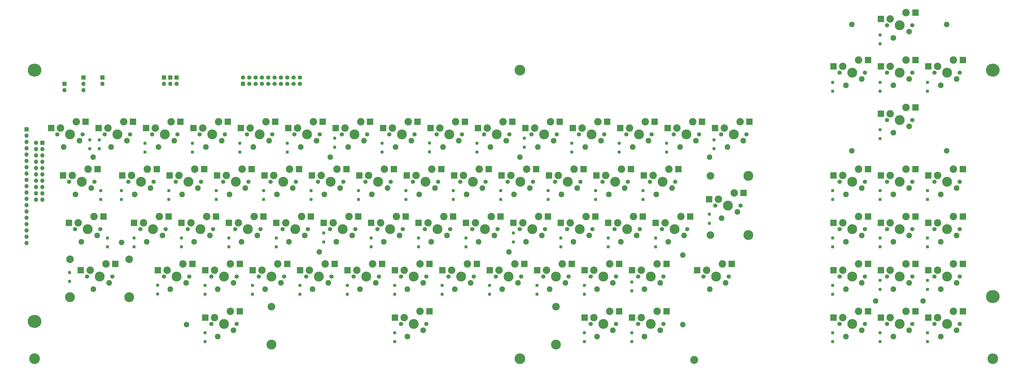
<source format=gbs>
G04 #@! TF.GenerationSoftware,KiCad,Pcbnew,8.0.2*
G04 #@! TF.CreationDate,2025-05-01T13:08:38+01:00*
G04 #@! TF.ProjectId,Keyboard,4b657962-6f61-4726-942e-6b696361645f,rev?*
G04 #@! TF.SameCoordinates,Original*
G04 #@! TF.FileFunction,Soldermask,Bot*
G04 #@! TF.FilePolarity,Negative*
%FSLAX46Y46*%
G04 Gerber Fmt 4.6, Leading zero omitted, Abs format (unit mm)*
G04 Created by KiCad (PCBNEW 8.0.2) date 2025-05-01 13:08:39*
%MOMM*%
%LPD*%
G01*
G04 APERTURE LIST*
G04 Aperture macros list*
%AMRoundRect*
0 Rectangle with rounded corners*
0 $1 Rounding radius*
0 $2 $3 $4 $5 $6 $7 $8 $9 X,Y pos of 4 corners*
0 Add a 4 corners polygon primitive as box body*
4,1,4,$2,$3,$4,$5,$6,$7,$8,$9,$2,$3,0*
0 Add four circle primitives for the rounded corners*
1,1,$1+$1,$2,$3*
1,1,$1+$1,$4,$5*
1,1,$1+$1,$6,$7*
1,1,$1+$1,$8,$9*
0 Add four rect primitives between the rounded corners*
20,1,$1+$1,$2,$3,$4,$5,0*
20,1,$1+$1,$4,$5,$6,$7,0*
20,1,$1+$1,$6,$7,$8,$9,0*
20,1,$1+$1,$8,$9,$2,$3,0*%
G04 Aperture macros list end*
%ADD10O,5.500000X5.200000*%
%ADD11C,4.300000*%
%ADD12C,3.200000*%
%ADD13C,2.200000*%
%ADD14RoundRect,0.250000X0.600000X-0.600000X0.600000X0.600000X-0.600000X0.600000X-0.600000X-0.600000X0*%
%ADD15C,1.700000*%
%ADD16C,1.701800*%
%ADD17C,3.000000*%
%ADD18C,3.987800*%
%ADD19R,2.550000X2.500000*%
%ADD20C,2.286000*%
%ADD21C,3.048000*%
%ADD22R,1.700000X1.700000*%
%ADD23O,1.700000X1.700000*%
%ADD24RoundRect,0.300000X0.300000X-0.300000X0.300000X0.300000X-0.300000X0.300000X-0.300000X-0.300000X0*%
G04 APERTURE END LIST*
D10*
G04 #@! TO.C,H1*
X85012500Y-118075000D03*
G04 #@! TD*
D11*
G04 #@! TO.C,H2*
X280012500Y-118075000D03*
G04 #@! TD*
D10*
G04 #@! TO.C,H3*
X470012500Y-118075000D03*
G04 #@! TD*
G04 #@! TO.C,H4*
X85012500Y-219075000D03*
G04 #@! TD*
D12*
G04 #@! TO.C,H5*
X350012500Y-234575000D03*
G04 #@! TD*
D10*
G04 #@! TO.C,H6*
X470012500Y-209075000D03*
G04 #@! TD*
D13*
G04 #@! TO.C,H8*
X203835000Y-153035000D03*
G04 #@! TD*
G04 #@! TO.C,H10*
X356235000Y-153035000D03*
G04 #@! TD*
G04 #@! TO.C,H12*
X199390000Y-191135000D03*
G04 #@! TD*
D14*
G04 #@! TO.C,J2*
X168795000Y-123555000D03*
D15*
X168795000Y-121015000D03*
X171335000Y-123555000D03*
X171335000Y-121015000D03*
X173875000Y-123555000D03*
X173875000Y-121015000D03*
X176415000Y-123555000D03*
X176415000Y-121015000D03*
X178955000Y-123555000D03*
X178955000Y-121015000D03*
X181495000Y-123555000D03*
X181495000Y-121015000D03*
X184035000Y-123555000D03*
X184035000Y-121015000D03*
X186575000Y-123555000D03*
X186575000Y-121015000D03*
X189115000Y-123555000D03*
X189115000Y-121015000D03*
X191655000Y-123555000D03*
X191655000Y-121015000D03*
G04 #@! TD*
D13*
G04 #@! TO.C,H9*
X280035000Y-153035000D03*
G04 #@! TD*
D16*
G04 #@! TO.C,SW17*
X342467500Y-162925000D03*
D17*
X339927500Y-157845000D03*
D18*
X337387500Y-162925000D03*
D17*
X333577500Y-160385000D03*
D16*
X332307500Y-162925000D03*
D19*
X343677500Y-157845000D03*
D20*
X334847500Y-168005000D03*
X341197500Y-165465000D03*
D19*
X329827500Y-160385000D03*
G04 #@! TD*
D21*
G04 #@! TO.C,ST3*
X180225000Y-213090000D03*
D18*
X180225000Y-228330000D03*
D21*
X294525000Y-213090000D03*
D18*
X294525000Y-228330000D03*
G04 #@! TD*
D16*
G04 #@! TO.C,SW9*
X437717500Y-119062500D03*
D17*
X435177500Y-113982500D03*
D18*
X432637500Y-119062500D03*
D17*
X428827500Y-116522500D03*
D16*
X427557500Y-119062500D03*
D19*
X438927500Y-113982500D03*
D20*
X430097500Y-124142500D03*
X436447500Y-121602500D03*
D19*
X425077500Y-116522500D03*
G04 #@! TD*
D16*
G04 #@! TO.C,SW60*
X156730000Y-181975000D03*
D17*
X154190000Y-176895000D03*
D18*
X151650000Y-181975000D03*
D17*
X147840000Y-179435000D03*
D16*
X146570000Y-181975000D03*
D19*
X157940000Y-176895000D03*
D20*
X149110000Y-187055000D03*
X155460000Y-184515000D03*
D19*
X144090000Y-179435000D03*
G04 #@! TD*
D16*
G04 #@! TO.C,SW27*
X304367500Y-162925000D03*
D17*
X301827500Y-157845000D03*
D18*
X299287500Y-162925000D03*
D17*
X295477500Y-160385000D03*
D16*
X294207500Y-162925000D03*
D19*
X305577500Y-157845000D03*
D20*
X296747500Y-168005000D03*
X303097500Y-165465000D03*
D19*
X291727500Y-160385000D03*
G04 #@! TD*
D13*
G04 #@! TO.C,H25*
X413385000Y-150495000D03*
G04 #@! TD*
D16*
G04 #@! TO.C,SW22*
X337705000Y-201025000D03*
D17*
X335165000Y-195945000D03*
D18*
X332625000Y-201025000D03*
D17*
X328815000Y-198485000D03*
D16*
X327545000Y-201025000D03*
D19*
X338915000Y-195945000D03*
D20*
X330085000Y-206105000D03*
X336435000Y-203565000D03*
D19*
X325065000Y-198485000D03*
G04 #@! TD*
D13*
G04 #@! TO.C,H28*
X441960000Y-210820000D03*
G04 #@! TD*
D16*
G04 #@! TO.C,SW69*
X137680000Y-181975000D03*
D17*
X135140000Y-176895000D03*
D18*
X132600000Y-181975000D03*
D17*
X128790000Y-179435000D03*
D16*
X127520000Y-181975000D03*
D19*
X138890000Y-176895000D03*
D20*
X130060000Y-187055000D03*
X136410000Y-184515000D03*
D19*
X125040000Y-179435000D03*
G04 #@! TD*
D16*
G04 #@! TO.C,SW33*
X275792500Y-143875000D03*
D17*
X273252500Y-138795000D03*
D18*
X270712500Y-143875000D03*
D17*
X266902500Y-141335000D03*
D16*
X265632500Y-143875000D03*
D19*
X277002500Y-138795000D03*
D20*
X268172500Y-148955000D03*
X274522500Y-146415000D03*
D19*
X263152500Y-141335000D03*
G04 #@! TD*
D16*
G04 #@! TO.C,SW63*
X166255000Y-201025000D03*
D17*
X163715000Y-195945000D03*
D18*
X161175000Y-201025000D03*
D17*
X157365000Y-198485000D03*
D16*
X156095000Y-201025000D03*
D19*
X167465000Y-195945000D03*
D20*
X158635000Y-206105000D03*
X164985000Y-203565000D03*
D19*
X153615000Y-198485000D03*
G04 #@! TD*
D16*
G04 #@! TO.C,SW7*
X437717500Y-220075000D03*
D17*
X435177500Y-214995000D03*
D18*
X432637500Y-220075000D03*
D17*
X428827500Y-217535000D03*
D16*
X427557500Y-220075000D03*
D19*
X438927500Y-214995000D03*
D20*
X430097500Y-225155000D03*
X436447500Y-222615000D03*
D19*
X425077500Y-217535000D03*
G04 #@! TD*
D16*
G04 #@! TO.C,SW36*
X290080000Y-181975000D03*
D17*
X287540000Y-176895000D03*
D18*
X285000000Y-181975000D03*
D17*
X281190000Y-179435000D03*
D16*
X279920000Y-181975000D03*
D19*
X291290000Y-176895000D03*
D20*
X282460000Y-187055000D03*
X288810000Y-184515000D03*
D19*
X277440000Y-179435000D03*
G04 #@! TD*
D16*
G04 #@! TO.C,SW50*
X190067500Y-162925000D03*
D17*
X187527500Y-157845000D03*
D18*
X184987500Y-162925000D03*
D17*
X181177500Y-160385000D03*
D16*
X179907500Y-162925000D03*
D19*
X191277500Y-157845000D03*
D20*
X182447500Y-168005000D03*
X188797500Y-165465000D03*
D19*
X177427500Y-160385000D03*
G04 #@! TD*
D16*
G04 #@! TO.C,SW10*
X418667500Y-162925000D03*
D17*
X416127500Y-157845000D03*
D18*
X413587500Y-162925000D03*
D17*
X409777500Y-160385000D03*
D16*
X408507500Y-162925000D03*
D19*
X419877500Y-157845000D03*
D20*
X411047500Y-168005000D03*
X417397500Y-165465000D03*
D19*
X406027500Y-160385000D03*
G04 #@! TD*
D16*
G04 #@! TO.C,SW1*
X456767500Y-119062500D03*
D17*
X454227500Y-113982500D03*
D18*
X451687500Y-119062500D03*
D17*
X447877500Y-116522500D03*
D16*
X446607500Y-119062500D03*
D19*
X457977500Y-113982500D03*
D20*
X449147500Y-124142500D03*
X455497500Y-121602500D03*
D19*
X444127500Y-116522500D03*
G04 #@! TD*
D16*
G04 #@! TO.C,SW13*
X418667500Y-201025000D03*
D17*
X416127500Y-195945000D03*
D18*
X413587500Y-201025000D03*
D17*
X409777500Y-198485000D03*
D16*
X408507500Y-201025000D03*
D19*
X419877500Y-195945000D03*
D20*
X411047500Y-206105000D03*
X417397500Y-203565000D03*
D19*
X406027500Y-198485000D03*
G04 #@! TD*
D16*
G04 #@! TO.C,SW42*
X247217500Y-162925000D03*
D17*
X244677500Y-157845000D03*
D18*
X242137500Y-162925000D03*
D17*
X238327500Y-160385000D03*
D16*
X237057500Y-162925000D03*
D19*
X248427500Y-157845000D03*
D20*
X239597500Y-168005000D03*
X245947500Y-165465000D03*
D19*
X234577500Y-160385000D03*
G04 #@! TD*
D13*
G04 #@! TO.C,H15*
X146050000Y-220345000D03*
G04 #@! TD*
G04 #@! TO.C,H11*
X120015000Y-187325000D03*
G04 #@! TD*
D16*
G04 #@! TO.C,SW30*
X318655000Y-201025000D03*
D17*
X316115000Y-195945000D03*
D18*
X313575000Y-201025000D03*
D17*
X309765000Y-198485000D03*
D16*
X308495000Y-201025000D03*
D19*
X319865000Y-195945000D03*
D20*
X311035000Y-206105000D03*
X317385000Y-203565000D03*
D19*
X306015000Y-198485000D03*
G04 #@! TD*
D16*
G04 #@! TO.C,SW62*
X185305000Y-201025000D03*
D17*
X182765000Y-195945000D03*
D18*
X180225000Y-201025000D03*
D17*
X176415000Y-198485000D03*
D16*
X175145000Y-201025000D03*
D19*
X186515000Y-195945000D03*
D20*
X177685000Y-206105000D03*
X184035000Y-203565000D03*
D19*
X172665000Y-198485000D03*
G04 #@! TD*
D16*
G04 #@! TO.C,SW53*
X194830000Y-181975000D03*
D17*
X192290000Y-176895000D03*
D18*
X189750000Y-181975000D03*
D17*
X185940000Y-179435000D03*
D16*
X184670000Y-181975000D03*
D19*
X196040000Y-176895000D03*
D20*
X187210000Y-187055000D03*
X193560000Y-184515000D03*
D19*
X182190000Y-179435000D03*
G04 #@! TD*
D16*
G04 #@! TO.C,SW79*
X371042500Y-143875000D03*
D17*
X368502500Y-138795000D03*
D18*
X365962500Y-143875000D03*
D17*
X362152500Y-141335000D03*
D16*
X360882500Y-143875000D03*
D19*
X372252500Y-138795000D03*
D20*
X363422500Y-148955000D03*
X369772500Y-146415000D03*
D19*
X358402500Y-141335000D03*
G04 #@! TD*
D16*
G04 #@! TO.C,SW14*
X437717500Y-201025000D03*
D17*
X435177500Y-195945000D03*
D18*
X432637500Y-201025000D03*
D17*
X428827500Y-198485000D03*
D16*
X427557500Y-201025000D03*
D19*
X438927500Y-195945000D03*
D20*
X430097500Y-206105000D03*
X436447500Y-203565000D03*
D19*
X425077500Y-198485000D03*
G04 #@! TD*
D16*
G04 #@! TO.C,SW65*
X142442500Y-143875000D03*
D17*
X139902500Y-138795000D03*
D18*
X137362500Y-143875000D03*
D17*
X133552500Y-141335000D03*
D16*
X132282500Y-143875000D03*
D19*
X143652500Y-138795000D03*
D20*
X134822500Y-148955000D03*
X141172500Y-146415000D03*
D19*
X129802500Y-141335000D03*
G04 #@! TD*
D16*
G04 #@! TO.C,SW31*
X299605000Y-201025000D03*
D17*
X297065000Y-195945000D03*
D18*
X294525000Y-201025000D03*
D17*
X290715000Y-198485000D03*
D16*
X289445000Y-201025000D03*
D19*
X300815000Y-195945000D03*
D20*
X291985000Y-206105000D03*
X298335000Y-203565000D03*
D19*
X286965000Y-198485000D03*
G04 #@! TD*
D16*
G04 #@! TO.C,SW37*
X271030000Y-181975000D03*
D17*
X268490000Y-176895000D03*
D18*
X265950000Y-181975000D03*
D17*
X262140000Y-179435000D03*
D16*
X260870000Y-181975000D03*
D19*
X272240000Y-176895000D03*
D20*
X263410000Y-187055000D03*
X269760000Y-184515000D03*
D19*
X258390000Y-179435000D03*
G04 #@! TD*
D16*
G04 #@! TO.C,SW70*
X111486250Y-181975000D03*
D17*
X108946250Y-176895000D03*
D18*
X106406250Y-181975000D03*
D17*
X102596250Y-179435000D03*
D16*
X101326250Y-181975000D03*
D19*
X112696250Y-176895000D03*
D20*
X103866250Y-187055000D03*
X110216250Y-184515000D03*
D19*
X98846250Y-179435000D03*
G04 #@! TD*
D11*
G04 #@! TO.C,H21*
X470012500Y-234075000D03*
G04 #@! TD*
D13*
G04 #@! TO.C,H23*
X413385000Y-99695000D03*
G04 #@! TD*
D16*
G04 #@! TO.C,SW39*
X280555000Y-201025000D03*
D17*
X278015000Y-195945000D03*
D18*
X275475000Y-201025000D03*
D17*
X271665000Y-198485000D03*
D16*
X270395000Y-201025000D03*
D19*
X281765000Y-195945000D03*
D20*
X272935000Y-206105000D03*
X279285000Y-203565000D03*
D19*
X267915000Y-198485000D03*
G04 #@! TD*
D16*
G04 #@! TO.C,SW6*
X456767500Y-220075000D03*
D17*
X454227500Y-214995000D03*
D18*
X451687500Y-220075000D03*
D17*
X447877500Y-217535000D03*
D16*
X446607500Y-220075000D03*
D19*
X457977500Y-214995000D03*
D20*
X449147500Y-225155000D03*
X455497500Y-222615000D03*
D19*
X444127500Y-217535000D03*
G04 #@! TD*
D13*
G04 #@! TO.C,H26*
X451485000Y-150495000D03*
G04 #@! TD*
D16*
G04 #@! TO.C,SW20*
X418667500Y-181975000D03*
D17*
X416127500Y-176895000D03*
D18*
X413587500Y-181975000D03*
D17*
X409777500Y-179435000D03*
D16*
X408507500Y-181975000D03*
D19*
X419877500Y-176895000D03*
D20*
X411047500Y-187055000D03*
X417397500Y-184515000D03*
D19*
X406027500Y-179435000D03*
G04 #@! TD*
D16*
G04 #@! TO.C,SW21*
X116248750Y-201025000D03*
D17*
X113708750Y-195945000D03*
D18*
X111168750Y-201025000D03*
D17*
X107358750Y-198485000D03*
D16*
X106088750Y-201025000D03*
D19*
X117458750Y-195945000D03*
D20*
X108628750Y-206105000D03*
X114978750Y-203565000D03*
D19*
X103608750Y-198485000D03*
G04 #@! TD*
D16*
G04 #@! TO.C,SW38*
X261505000Y-201025000D03*
D17*
X258965000Y-195945000D03*
D18*
X256425000Y-201025000D03*
D17*
X252615000Y-198485000D03*
D16*
X251345000Y-201025000D03*
D19*
X262715000Y-195945000D03*
D20*
X253885000Y-206105000D03*
X260235000Y-203565000D03*
D19*
X248865000Y-198485000D03*
G04 #@! TD*
D16*
G04 #@! TO.C,SW68*
X109105000Y-162925000D03*
D17*
X106565000Y-157845000D03*
D18*
X104025000Y-162925000D03*
D17*
X100215000Y-160385000D03*
D16*
X98945000Y-162925000D03*
D19*
X110315000Y-157845000D03*
D20*
X101485000Y-168005000D03*
X107835000Y-165465000D03*
D19*
X96465000Y-160385000D03*
G04 #@! TD*
D16*
G04 #@! TO.C,SW56*
X180542500Y-143875000D03*
D17*
X178002500Y-138795000D03*
D18*
X175462500Y-143875000D03*
D17*
X171652500Y-141335000D03*
D16*
X170382500Y-143875000D03*
D19*
X181752500Y-138795000D03*
D20*
X172922500Y-148955000D03*
X179272500Y-146415000D03*
D19*
X167902500Y-141335000D03*
G04 #@! TD*
D21*
G04 #@! TO.C,ST2*
X99268750Y-194040000D03*
D18*
X99268750Y-209280000D03*
D21*
X123068750Y-194040000D03*
D18*
X123068750Y-209280000D03*
G04 #@! TD*
D16*
G04 #@! TO.C,SW59*
X151967500Y-162925000D03*
D17*
X149427500Y-157845000D03*
D18*
X146887500Y-162925000D03*
D17*
X143077500Y-160385000D03*
D16*
X141807500Y-162925000D03*
D19*
X153177500Y-157845000D03*
D20*
X144347500Y-168005000D03*
X150697500Y-165465000D03*
D19*
X139327500Y-160385000D03*
G04 #@! TD*
D16*
G04 #@! TO.C,SW902*
X318655000Y-220075000D03*
D17*
X316115000Y-214995000D03*
D18*
X313575000Y-220075000D03*
D17*
X309765000Y-217535000D03*
D16*
X308495000Y-220075000D03*
D19*
X319865000Y-214995000D03*
D20*
X311035000Y-225155000D03*
X317385000Y-222615000D03*
D19*
X306015000Y-217535000D03*
G04 #@! TD*
D16*
G04 #@! TO.C,SW43*
X228167500Y-162925000D03*
D17*
X225627500Y-157845000D03*
D18*
X223087500Y-162925000D03*
D17*
X219277500Y-160385000D03*
D16*
X218007500Y-162925000D03*
D19*
X229377500Y-157845000D03*
D20*
X220547500Y-168005000D03*
X226897500Y-165465000D03*
D19*
X215527500Y-160385000D03*
G04 #@! TD*
D16*
G04 #@! TO.C,SW901*
X166255000Y-220075000D03*
D17*
X163715000Y-214995000D03*
D18*
X161175000Y-220075000D03*
D17*
X157365000Y-217535000D03*
D16*
X156095000Y-220075000D03*
D19*
X167465000Y-214995000D03*
D20*
X158635000Y-225155000D03*
X164985000Y-222615000D03*
D19*
X153615000Y-217535000D03*
G04 #@! TD*
D16*
G04 #@! TO.C,SW19*
X347230000Y-181975000D03*
D17*
X344690000Y-176895000D03*
D18*
X342150000Y-181975000D03*
D17*
X338340000Y-179435000D03*
D16*
X337070000Y-181975000D03*
D19*
X348440000Y-176895000D03*
D20*
X339610000Y-187055000D03*
X345960000Y-184515000D03*
D19*
X334590000Y-179435000D03*
G04 #@! TD*
D13*
G04 #@! TO.C,H24*
X451485000Y-99695000D03*
G04 #@! TD*
D16*
G04 #@! TO.C,SW34*
X285317500Y-162925000D03*
D17*
X282777500Y-157845000D03*
D18*
X280237500Y-162925000D03*
D17*
X276427500Y-160385000D03*
D16*
X275157500Y-162925000D03*
D19*
X286527500Y-157845000D03*
D20*
X277697500Y-168005000D03*
X284047500Y-165465000D03*
D19*
X272677500Y-160385000D03*
G04 #@! TD*
D16*
G04 #@! TO.C,SW23*
X337705000Y-220075000D03*
D17*
X335165000Y-214995000D03*
D18*
X332625000Y-220075000D03*
D17*
X328815000Y-217535000D03*
D16*
X327545000Y-220075000D03*
D19*
X338915000Y-214995000D03*
D20*
X330085000Y-225155000D03*
X336435000Y-222615000D03*
D19*
X325065000Y-217535000D03*
G04 #@! TD*
D11*
G04 #@! TO.C,H20*
X280012500Y-234075000D03*
G04 #@! TD*
D16*
G04 #@! TO.C,SW11*
X437717500Y-162925000D03*
D17*
X435177500Y-157845000D03*
D18*
X432637500Y-162925000D03*
D17*
X428827500Y-160385000D03*
D16*
X427557500Y-162925000D03*
D19*
X438927500Y-157845000D03*
D20*
X430097500Y-168005000D03*
X436447500Y-165465000D03*
D19*
X425077500Y-160385000D03*
G04 #@! TD*
D16*
G04 #@! TO.C,SW41*
X237692500Y-143875000D03*
D17*
X235152500Y-138795000D03*
D18*
X232612500Y-143875000D03*
D17*
X228802500Y-141335000D03*
D16*
X227532500Y-143875000D03*
D19*
X238902500Y-138795000D03*
D20*
X230072500Y-148955000D03*
X236422500Y-146415000D03*
D19*
X225052500Y-141335000D03*
G04 #@! TD*
D16*
G04 #@! TO.C,SW45*
X251980000Y-181975000D03*
D17*
X249440000Y-176895000D03*
D18*
X246900000Y-181975000D03*
D17*
X243090000Y-179435000D03*
D16*
X241820000Y-181975000D03*
D19*
X253190000Y-176895000D03*
D20*
X244360000Y-187055000D03*
X250710000Y-184515000D03*
D19*
X239340000Y-179435000D03*
G04 #@! TD*
D13*
G04 #@! TO.C,H22*
X345440000Y-220345000D03*
G04 #@! TD*
D21*
G04 #@! TO.C,ST1*
X356596250Y-184350000D03*
D18*
X371836250Y-184350000D03*
D21*
X356596250Y-160550000D03*
D18*
X371836250Y-160550000D03*
G04 #@! TD*
D16*
G04 #@! TO.C,SW8*
X418667500Y-119062500D03*
D17*
X416127500Y-113982500D03*
D18*
X413587500Y-119062500D03*
D17*
X409777500Y-116522500D03*
D16*
X408507500Y-119062500D03*
D19*
X419877500Y-113982500D03*
D20*
X411047500Y-124142500D03*
X417397500Y-121602500D03*
D19*
X406027500Y-116522500D03*
G04 #@! TD*
D16*
G04 #@! TO.C,SW52*
X213880000Y-181975000D03*
D17*
X211340000Y-176895000D03*
D18*
X208800000Y-181975000D03*
D17*
X204990000Y-179435000D03*
D16*
X203720000Y-181975000D03*
D19*
X215090000Y-176895000D03*
D20*
X206260000Y-187055000D03*
X212610000Y-184515000D03*
D19*
X201240000Y-179435000D03*
G04 #@! TD*
D16*
G04 #@! TO.C,SW5*
X456767500Y-201025000D03*
D17*
X454227500Y-195945000D03*
D18*
X451687500Y-201025000D03*
D17*
X447877500Y-198485000D03*
D16*
X446607500Y-201025000D03*
D19*
X457977500Y-195945000D03*
D20*
X449147500Y-206105000D03*
X455497500Y-203565000D03*
D19*
X444127500Y-198485000D03*
G04 #@! TD*
D11*
G04 #@! TO.C,H19*
X85012500Y-234075000D03*
G04 #@! TD*
D13*
G04 #@! TO.C,H13*
X275590000Y-191135000D03*
G04 #@! TD*
G04 #@! TO.C,H27*
X422910000Y-210820000D03*
G04 #@! TD*
D16*
G04 #@! TO.C,SW16*
X351992500Y-143875000D03*
D17*
X349452500Y-138795000D03*
D18*
X346912500Y-143875000D03*
D17*
X343102500Y-141335000D03*
D16*
X341832500Y-143875000D03*
D19*
X353202500Y-138795000D03*
D20*
X344372500Y-148955000D03*
X350722500Y-146415000D03*
D19*
X339352500Y-141335000D03*
G04 #@! TD*
D16*
G04 #@! TO.C,SW4*
X456767500Y-181975000D03*
D17*
X454227500Y-176895000D03*
D18*
X451687500Y-181975000D03*
D17*
X447877500Y-179435000D03*
D16*
X446607500Y-181975000D03*
D19*
X457977500Y-176895000D03*
D20*
X449147500Y-187055000D03*
X455497500Y-184515000D03*
D19*
X444127500Y-179435000D03*
G04 #@! TD*
D16*
G04 #@! TO.C,SW67*
X132917500Y-162925000D03*
D17*
X130377500Y-157845000D03*
D18*
X127837500Y-162925000D03*
D17*
X124027500Y-160385000D03*
D16*
X122757500Y-162925000D03*
D19*
X134127500Y-157845000D03*
D20*
X125297500Y-168005000D03*
X131647500Y-165465000D03*
D19*
X120277500Y-160385000D03*
G04 #@! TD*
D16*
G04 #@! TO.C,SW18*
X368661250Y-172450000D03*
D17*
X366121250Y-167370000D03*
D18*
X363581250Y-172450000D03*
D17*
X359771250Y-169910000D03*
D16*
X358501250Y-172450000D03*
D19*
X369871250Y-167370000D03*
D20*
X361041250Y-177530000D03*
X367391250Y-174990000D03*
D19*
X356021250Y-169910000D03*
G04 #@! TD*
D16*
G04 #@! TO.C,SW25*
X313892500Y-143875000D03*
D17*
X311352500Y-138795000D03*
D18*
X308812500Y-143875000D03*
D17*
X305002500Y-141335000D03*
D16*
X303732500Y-143875000D03*
D19*
X315102500Y-138795000D03*
D20*
X306272500Y-148955000D03*
X312622500Y-146415000D03*
D19*
X301252500Y-141335000D03*
G04 #@! TD*
D13*
G04 #@! TO.C,H7*
X108585000Y-153035000D03*
G04 #@! TD*
D16*
G04 #@! TO.C,SW24*
X332942500Y-143875000D03*
D17*
X330402500Y-138795000D03*
D18*
X327862500Y-143875000D03*
D17*
X324052500Y-141335000D03*
D16*
X322782500Y-143875000D03*
D19*
X334152500Y-138795000D03*
D20*
X325322500Y-148955000D03*
X331672500Y-146415000D03*
D19*
X320302500Y-141335000D03*
G04 #@! TD*
D16*
G04 #@! TO.C,SW12*
X437717500Y-181975000D03*
D17*
X435177500Y-176895000D03*
D18*
X432637500Y-181975000D03*
D17*
X428827500Y-179435000D03*
D16*
X427557500Y-181975000D03*
D19*
X438927500Y-176895000D03*
D20*
X430097500Y-187055000D03*
X436447500Y-184515000D03*
D19*
X425077500Y-179435000D03*
G04 #@! TD*
D16*
G04 #@! TO.C,SW66*
X104342500Y-143875000D03*
D17*
X101802500Y-138795000D03*
D18*
X99262500Y-143875000D03*
D17*
X95452500Y-141335000D03*
D16*
X94182500Y-143875000D03*
D19*
X105552500Y-138795000D03*
D20*
X96722500Y-148955000D03*
X103072500Y-146415000D03*
D19*
X91702500Y-141335000D03*
G04 #@! TD*
D16*
G04 #@! TO.C,SW28*
X328180000Y-181975000D03*
D17*
X325640000Y-176895000D03*
D18*
X323100000Y-181975000D03*
D17*
X319290000Y-179435000D03*
D16*
X318020000Y-181975000D03*
D19*
X329390000Y-176895000D03*
D20*
X320560000Y-187055000D03*
X326910000Y-184515000D03*
D19*
X315540000Y-179435000D03*
G04 #@! TD*
D16*
G04 #@! TO.C,SW29*
X309130000Y-181975000D03*
D17*
X306590000Y-176895000D03*
D18*
X304050000Y-181975000D03*
D17*
X300240000Y-179435000D03*
D16*
X298970000Y-181975000D03*
D19*
X310340000Y-176895000D03*
D20*
X301510000Y-187055000D03*
X307860000Y-184515000D03*
D19*
X296490000Y-179435000D03*
G04 #@! TD*
D16*
G04 #@! TO.C,SW58*
X171017500Y-162925000D03*
D17*
X168477500Y-157845000D03*
D18*
X165937500Y-162925000D03*
D17*
X162127500Y-160385000D03*
D16*
X160857500Y-162925000D03*
D19*
X172227500Y-157845000D03*
D20*
X163397500Y-168005000D03*
X169747500Y-165465000D03*
D19*
X158377500Y-160385000D03*
G04 #@! TD*
D16*
G04 #@! TO.C,SW15*
X418667500Y-220075000D03*
D17*
X416127500Y-214995000D03*
D18*
X413587500Y-220075000D03*
D17*
X409777500Y-217535000D03*
D16*
X408507500Y-220075000D03*
D19*
X419877500Y-214995000D03*
D20*
X411047500Y-225155000D03*
X417397500Y-222615000D03*
D19*
X406027500Y-217535000D03*
G04 #@! TD*
D13*
G04 #@! TO.C,H14*
X345440000Y-192405000D03*
G04 #@! TD*
D16*
G04 #@! TO.C,SW3*
X456767500Y-162925000D03*
D17*
X454227500Y-157845000D03*
D18*
X451687500Y-162925000D03*
D17*
X447877500Y-160385000D03*
D16*
X446607500Y-162925000D03*
D19*
X457977500Y-157845000D03*
D20*
X449147500Y-168005000D03*
X455497500Y-165465000D03*
D19*
X444127500Y-160385000D03*
G04 #@! TD*
D16*
G04 #@! TO.C,SW48*
X218642500Y-143875000D03*
D17*
X216102500Y-138795000D03*
D18*
X213562500Y-143875000D03*
D17*
X209752500Y-141335000D03*
D16*
X208482500Y-143875000D03*
D19*
X219852500Y-138795000D03*
D20*
X211022500Y-148955000D03*
X217372500Y-146415000D03*
D19*
X206002500Y-141335000D03*
G04 #@! TD*
D16*
G04 #@! TO.C,SW57*
X161492500Y-143875000D03*
D17*
X158952500Y-138795000D03*
D18*
X156412500Y-143875000D03*
D17*
X152602500Y-141335000D03*
D16*
X151332500Y-143875000D03*
D19*
X162702500Y-138795000D03*
D20*
X153872500Y-148955000D03*
X160222500Y-146415000D03*
D19*
X148852500Y-141335000D03*
G04 #@! TD*
D16*
G04 #@! TO.C,SW61*
X175780000Y-181975000D03*
D17*
X173240000Y-176895000D03*
D18*
X170700000Y-181975000D03*
D17*
X166890000Y-179435000D03*
D16*
X165620000Y-181975000D03*
D19*
X176990000Y-176895000D03*
D20*
X168160000Y-187055000D03*
X174510000Y-184515000D03*
D19*
X163140000Y-179435000D03*
G04 #@! TD*
D16*
G04 #@! TO.C,SW0*
X437717500Y-100012500D03*
D17*
X435177500Y-94932500D03*
D18*
X432637500Y-100012500D03*
D17*
X428827500Y-97472500D03*
D16*
X427557500Y-100012500D03*
D19*
X438927500Y-94932500D03*
D20*
X430097500Y-105092500D03*
X436447500Y-102552500D03*
D19*
X425077500Y-97472500D03*
G04 #@! TD*
D16*
G04 #@! TO.C,SW47*
X242455000Y-220075000D03*
D17*
X239915000Y-214995000D03*
D18*
X237375000Y-220075000D03*
D17*
X233565000Y-217535000D03*
D16*
X232295000Y-220075000D03*
D19*
X243665000Y-214995000D03*
D20*
X234835000Y-225155000D03*
X241185000Y-222615000D03*
D19*
X229815000Y-217535000D03*
G04 #@! TD*
D16*
G04 #@! TO.C,SW64*
X123392500Y-143875000D03*
D17*
X120852500Y-138795000D03*
D18*
X118312500Y-143875000D03*
D17*
X114502500Y-141335000D03*
D16*
X113232500Y-143875000D03*
D19*
X124602500Y-138795000D03*
D20*
X115772500Y-148955000D03*
X122122500Y-146415000D03*
D19*
X110752500Y-141335000D03*
G04 #@! TD*
D16*
G04 #@! TO.C,SW71*
X147205000Y-201025000D03*
D17*
X144665000Y-195945000D03*
D18*
X142125000Y-201025000D03*
D17*
X138315000Y-198485000D03*
D16*
X137045000Y-201025000D03*
D19*
X148415000Y-195945000D03*
D20*
X139585000Y-206105000D03*
X145935000Y-203565000D03*
D19*
X134565000Y-198485000D03*
G04 #@! TD*
D16*
G04 #@! TO.C,SW35*
X266267500Y-162925000D03*
D17*
X263727500Y-157845000D03*
D18*
X261187500Y-162925000D03*
D17*
X257377500Y-160385000D03*
D16*
X256107500Y-162925000D03*
D19*
X267477500Y-157845000D03*
D20*
X258647500Y-168005000D03*
X264997500Y-165465000D03*
D19*
X253627500Y-160385000D03*
G04 #@! TD*
D16*
G04 #@! TO.C,SW51*
X209117500Y-162925000D03*
D17*
X206577500Y-157845000D03*
D18*
X204037500Y-162925000D03*
D17*
X200227500Y-160385000D03*
D16*
X198957500Y-162925000D03*
D19*
X210327500Y-157845000D03*
D20*
X201497500Y-168005000D03*
X207847500Y-165465000D03*
D19*
X196477500Y-160385000D03*
G04 #@! TD*
D16*
G04 #@! TO.C,SW54*
X223405000Y-201025000D03*
D17*
X220865000Y-195945000D03*
D18*
X218325000Y-201025000D03*
D17*
X214515000Y-198485000D03*
D16*
X213245000Y-201025000D03*
D19*
X224615000Y-195945000D03*
D20*
X215785000Y-206105000D03*
X222135000Y-203565000D03*
D19*
X210765000Y-198485000D03*
G04 #@! TD*
D16*
G04 #@! TO.C,SW46*
X242455000Y-201025000D03*
D17*
X239915000Y-195945000D03*
D18*
X237375000Y-201025000D03*
D17*
X233565000Y-198485000D03*
D16*
X232295000Y-201025000D03*
D19*
X243665000Y-195945000D03*
D20*
X234835000Y-206105000D03*
X241185000Y-203565000D03*
D19*
X229815000Y-198485000D03*
G04 #@! TD*
D16*
G04 #@! TO.C,SW49*
X199592500Y-143875000D03*
D17*
X197052500Y-138795000D03*
D18*
X194512500Y-143875000D03*
D17*
X190702500Y-141335000D03*
D16*
X189432500Y-143875000D03*
D19*
X200802500Y-138795000D03*
D20*
X191972500Y-148955000D03*
X198322500Y-146415000D03*
D19*
X186952500Y-141335000D03*
G04 #@! TD*
D16*
G04 #@! TO.C,SW26*
X323417500Y-162925000D03*
D17*
X320877500Y-157845000D03*
D18*
X318337500Y-162925000D03*
D17*
X314527500Y-160385000D03*
D16*
X313257500Y-162925000D03*
D19*
X324627500Y-157845000D03*
D20*
X315797500Y-168005000D03*
X322147500Y-165465000D03*
D19*
X310777500Y-160385000D03*
G04 #@! TD*
D16*
G04 #@! TO.C,SW2*
X437717500Y-138112500D03*
D17*
X435177500Y-133032500D03*
D18*
X432637500Y-138112500D03*
D17*
X428827500Y-135572500D03*
D16*
X427557500Y-138112500D03*
D19*
X438927500Y-133032500D03*
D20*
X430097500Y-143192500D03*
X436447500Y-140652500D03*
D19*
X425077500Y-135572500D03*
G04 #@! TD*
D16*
G04 #@! TO.C,SW40*
X256742500Y-143875000D03*
D17*
X254202500Y-138795000D03*
D18*
X251662500Y-143875000D03*
D17*
X247852500Y-141335000D03*
D16*
X246582500Y-143875000D03*
D19*
X257952500Y-138795000D03*
D20*
X249122500Y-148955000D03*
X255472500Y-146415000D03*
D19*
X244102500Y-141335000D03*
G04 #@! TD*
D16*
G04 #@! TO.C,SW32*
X294842500Y-143875000D03*
D17*
X292302500Y-138795000D03*
D18*
X289762500Y-143875000D03*
D17*
X285952500Y-141335000D03*
D16*
X284682500Y-143875000D03*
D19*
X296052500Y-138795000D03*
D20*
X287222500Y-148955000D03*
X293572500Y-146415000D03*
D19*
X282202500Y-141335000D03*
G04 #@! TD*
D16*
G04 #@! TO.C,SW55*
X204355000Y-201025000D03*
D17*
X201815000Y-195945000D03*
D18*
X199275000Y-201025000D03*
D17*
X195465000Y-198485000D03*
D16*
X194195000Y-201025000D03*
D19*
X205565000Y-195945000D03*
D20*
X196735000Y-206105000D03*
X203085000Y-203565000D03*
D19*
X191715000Y-198485000D03*
G04 #@! TD*
D16*
G04 #@! TO.C,SW121*
X363898750Y-201025000D03*
D17*
X361358750Y-195945000D03*
D18*
X358818750Y-201025000D03*
D17*
X355008750Y-198485000D03*
D16*
X353738750Y-201025000D03*
D19*
X365108750Y-195945000D03*
D20*
X356278750Y-206105000D03*
X362628750Y-203565000D03*
D19*
X351258750Y-198485000D03*
G04 #@! TD*
D16*
G04 #@! TO.C,SW44*
X232930000Y-181975000D03*
D17*
X230390000Y-176895000D03*
D18*
X227850000Y-181975000D03*
D17*
X224040000Y-179435000D03*
D16*
X222770000Y-181975000D03*
D19*
X234140000Y-176895000D03*
D20*
X225310000Y-187055000D03*
X231660000Y-184515000D03*
D19*
X220290000Y-179435000D03*
G04 #@! TD*
D22*
G04 #@! TO.C,LK1*
X104660000Y-121015000D03*
D23*
X104660000Y-123555000D03*
X104660000Y-126095000D03*
G04 #@! TD*
D22*
G04 #@! TO.C,J1*
X88155000Y-147215000D03*
D23*
X85615000Y-147215000D03*
X88155000Y-149755000D03*
X85615000Y-149755000D03*
X88155000Y-152295000D03*
X85615000Y-152295000D03*
X88155000Y-154835000D03*
X85615000Y-154835000D03*
X88155000Y-157375000D03*
X85615000Y-157375000D03*
X88155000Y-159915000D03*
X85615000Y-159915000D03*
X88155000Y-162455000D03*
X85615000Y-162455000D03*
X88155000Y-164995000D03*
X85615000Y-164995000D03*
X88155000Y-167535000D03*
X85615000Y-167535000D03*
X88155000Y-170075000D03*
X85615000Y-170075000D03*
G04 #@! TD*
D22*
G04 #@! TO.C,LK2*
X112280000Y-121015000D03*
D23*
X112280000Y-123555000D03*
G04 #@! TD*
D22*
G04 #@! TO.C,LK3*
X97040000Y-123555000D03*
D23*
X97040000Y-126095000D03*
G04 #@! TD*
D24*
G04 #@! TO.C,D68*
X111645000Y-170060000D03*
X111645000Y-166460000D03*
G04 #@! TD*
G04 #@! TO.C,D38*
X248805000Y-208160000D03*
X248805000Y-204560000D03*
G04 #@! TD*
G04 #@! TO.C,D59*
X138950000Y-170060000D03*
X138950000Y-166460000D03*
G04 #@! TD*
G04 #@! TO.C,D56*
X167525000Y-151010000D03*
X167525000Y-147410000D03*
G04 #@! TD*
G04 #@! TO.C,D28*
X315480000Y-189110000D03*
X315480000Y-185510000D03*
G04 #@! TD*
G04 #@! TO.C,D23*
X325005000Y-227210000D03*
X325005000Y-223610000D03*
G04 #@! TD*
G04 #@! TO.C,D37*
X258330000Y-189110000D03*
X258330000Y-185510000D03*
G04 #@! TD*
G04 #@! TO.C,D15*
X405650000Y-227210000D03*
X405650000Y-223610000D03*
G04 #@! TD*
G04 #@! TO.C,D35*
X253250000Y-170060000D03*
X253250000Y-166460000D03*
G04 #@! TD*
G04 #@! TO.C,D40*
X243725000Y-150920000D03*
X243725000Y-147320000D03*
G04 #@! TD*
G04 #@! TO.C,D14*
X424700000Y-206165000D03*
X424700000Y-202565000D03*
G04 #@! TD*
G04 #@! TO.C,D70*
X114300000Y-189110000D03*
X114300000Y-185510000D03*
G04 #@! TD*
G04 #@! TO.C,D27*
X291350000Y-170060000D03*
X291350000Y-166460000D03*
G04 #@! TD*
G04 #@! TO.C,D6*
X443750000Y-227210000D03*
X443750000Y-223610000D03*
G04 #@! TD*
G04 #@! TO.C,D55*
X191655000Y-208160000D03*
X191655000Y-204560000D03*
G04 #@! TD*
G04 #@! TO.C,D44*
X220230000Y-189110000D03*
X220230000Y-185510000D03*
G04 #@! TD*
G04 #@! TO.C,D48*
X205625000Y-149015000D03*
X205625000Y-145415000D03*
G04 #@! TD*
G04 #@! TO.C,D63*
X153555000Y-208160000D03*
X153555000Y-204560000D03*
G04 #@! TD*
G04 #@! TO.C,D30*
X305955000Y-208160000D03*
X305955000Y-204560000D03*
G04 #@! TD*
D22*
G04 #@! TO.C,LK5*
X142125000Y-121010000D03*
D23*
X142125000Y-123550000D03*
G04 #@! TD*
D24*
G04 #@! TO.C,D53*
X182130000Y-189110000D03*
X182130000Y-185510000D03*
G04 #@! TD*
G04 #@! TO.C,D4*
X443750000Y-189110000D03*
X443750000Y-185510000D03*
G04 #@! TD*
G04 #@! TO.C,D34*
X272300000Y-170060000D03*
X272300000Y-166460000D03*
G04 #@! TD*
G04 #@! TO.C,D33*
X262775000Y-151010000D03*
X262775000Y-147410000D03*
G04 #@! TD*
D22*
G04 #@! TO.C,J3*
X81800000Y-141855000D03*
D23*
X81800000Y-144395000D03*
X81800000Y-146935000D03*
X81800000Y-149475000D03*
X81800000Y-152015000D03*
X81800000Y-154555000D03*
X81800000Y-157095000D03*
X81800000Y-159635000D03*
X81800000Y-162175000D03*
X81800000Y-164715000D03*
X81800000Y-167255000D03*
X81800000Y-169795000D03*
X81800000Y-172335000D03*
X81800000Y-174875000D03*
X81800000Y-177415000D03*
X81800000Y-179955000D03*
X81800000Y-182495000D03*
X81800000Y-185035000D03*
X81800000Y-187575000D03*
G04 #@! TD*
D24*
G04 #@! TO.C,D32*
X281825000Y-149015000D03*
X281825000Y-145415000D03*
G04 #@! TD*
G04 #@! TO.C,D11*
X424700000Y-170060000D03*
X424700000Y-166460000D03*
G04 #@! TD*
G04 #@! TO.C,D16*
X338975000Y-151010000D03*
X338975000Y-147410000D03*
G04 #@! TD*
G04 #@! TO.C,D21*
X99060000Y-202990000D03*
X99060000Y-199390000D03*
G04 #@! TD*
G04 #@! TO.C,D29*
X296430000Y-189110000D03*
X296430000Y-185510000D03*
G04 #@! TD*
G04 #@! TO.C,D1*
X443750000Y-126515000D03*
X443750000Y-122915000D03*
G04 #@! TD*
G04 #@! TO.C,D46*
X229755000Y-208160000D03*
X229755000Y-204560000D03*
G04 #@! TD*
G04 #@! TO.C,D902*
X305955000Y-227210000D03*
X305955000Y-223610000D03*
G04 #@! TD*
G04 #@! TO.C,D31*
X286905000Y-208160000D03*
X286905000Y-204560000D03*
G04 #@! TD*
G04 #@! TO.C,D22*
X325005000Y-206800000D03*
X325005000Y-203200000D03*
G04 #@! TD*
G04 #@! TO.C,D25*
X300875000Y-151010000D03*
X300875000Y-147410000D03*
G04 #@! TD*
G04 #@! TO.C,D41*
X224675000Y-151010000D03*
X224675000Y-147410000D03*
G04 #@! TD*
G04 #@! TO.C,D2*
X424700000Y-145565000D03*
X424700000Y-141965000D03*
G04 #@! TD*
D22*
G04 #@! TO.C,LK4*
X139585000Y-121010000D03*
D23*
X139585000Y-123550000D03*
G04 #@! TD*
D24*
G04 #@! TO.C,D58*
X158000000Y-170060000D03*
X158000000Y-166460000D03*
G04 #@! TD*
G04 #@! TO.C,D64*
X111010000Y-149650000D03*
X111010000Y-146050000D03*
G04 #@! TD*
G04 #@! TO.C,D19*
X334530000Y-189110000D03*
X334530000Y-185510000D03*
G04 #@! TD*
G04 #@! TO.C,D20*
X405650000Y-189110000D03*
X405650000Y-185510000D03*
G04 #@! TD*
D22*
G04 #@! TO.C,LK6*
X137045000Y-121010000D03*
D23*
X137045000Y-123550000D03*
G04 #@! TD*
D24*
G04 #@! TO.C,D45*
X239280000Y-189110000D03*
X239280000Y-185510000D03*
G04 #@! TD*
G04 #@! TO.C,D47*
X229755000Y-227210000D03*
X229755000Y-223610000D03*
G04 #@! TD*
G04 #@! TO.C,D10*
X405650000Y-170060000D03*
X405650000Y-166460000D03*
G04 #@! TD*
G04 #@! TO.C,D24*
X319925000Y-151010000D03*
X319925000Y-147410000D03*
G04 #@! TD*
G04 #@! TO.C,D7*
X424700000Y-227210000D03*
X424700000Y-223610000D03*
G04 #@! TD*
G04 #@! TO.C,D9*
X424700000Y-126515000D03*
X424700000Y-122915000D03*
G04 #@! TD*
G04 #@! TO.C,D51*
X196100000Y-170060000D03*
X196100000Y-166460000D03*
G04 #@! TD*
G04 #@! TO.C,D0*
X424700000Y-107465000D03*
X424700000Y-103865000D03*
G04 #@! TD*
G04 #@! TO.C,D71*
X134505000Y-208070000D03*
X134505000Y-204470000D03*
G04 #@! TD*
G04 #@! TO.C,D54*
X210705000Y-208160000D03*
X210705000Y-204560000D03*
G04 #@! TD*
G04 #@! TO.C,D13*
X405650000Y-208160000D03*
X405650000Y-204560000D03*
G04 #@! TD*
G04 #@! TO.C,D39*
X267855000Y-208160000D03*
X267855000Y-204560000D03*
G04 #@! TD*
G04 #@! TO.C,D43*
X215150000Y-170060000D03*
X215150000Y-166460000D03*
G04 #@! TD*
G04 #@! TO.C,D26*
X310400000Y-170060000D03*
X310400000Y-166460000D03*
G04 #@! TD*
G04 #@! TO.C,D901*
X153555000Y-227210000D03*
X153555000Y-223610000D03*
G04 #@! TD*
G04 #@! TO.C,D36*
X277380000Y-187115000D03*
X277380000Y-183515000D03*
G04 #@! TD*
G04 #@! TO.C,D79*
X358025000Y-149650000D03*
X358025000Y-146050000D03*
G04 #@! TD*
G04 #@! TO.C,D65*
X129425000Y-151010000D03*
X129425000Y-147410000D03*
G04 #@! TD*
G04 #@! TO.C,D42*
X234200000Y-170060000D03*
X234200000Y-166460000D03*
G04 #@! TD*
G04 #@! TO.C,D66*
X107200000Y-149650000D03*
X107200000Y-146050000D03*
G04 #@! TD*
G04 #@! TO.C,D3*
X443750000Y-170060000D03*
X443750000Y-166460000D03*
G04 #@! TD*
G04 #@! TO.C,D69*
X124980000Y-189110000D03*
X124980000Y-185510000D03*
G04 #@! TD*
G04 #@! TO.C,D50*
X177050000Y-170060000D03*
X177050000Y-166460000D03*
G04 #@! TD*
G04 #@! TO.C,D18*
X356120000Y-179585000D03*
X356120000Y-175985000D03*
G04 #@! TD*
G04 #@! TO.C,D52*
X201180000Y-187115000D03*
X201180000Y-183515000D03*
G04 #@! TD*
G04 #@! TO.C,D61*
X163080000Y-189110000D03*
X163080000Y-185510000D03*
G04 #@! TD*
G04 #@! TO.C,D49*
X186575000Y-151010000D03*
X186575000Y-147410000D03*
G04 #@! TD*
G04 #@! TO.C,D60*
X144030000Y-189110000D03*
X144030000Y-185510000D03*
G04 #@! TD*
G04 #@! TO.C,D5*
X443750000Y-206165000D03*
X443750000Y-202565000D03*
G04 #@! TD*
G04 #@! TO.C,D67*
X119900000Y-170060000D03*
X119900000Y-166460000D03*
G04 #@! TD*
G04 #@! TO.C,D57*
X148475000Y-151010000D03*
X148475000Y-147410000D03*
G04 #@! TD*
G04 #@! TO.C,D12*
X424700000Y-189110000D03*
X424700000Y-185510000D03*
G04 #@! TD*
G04 #@! TO.C,D17*
X329450000Y-170060000D03*
X329450000Y-166460000D03*
G04 #@! TD*
G04 #@! TO.C,D8*
X405650000Y-126515000D03*
X405650000Y-122915000D03*
G04 #@! TD*
G04 #@! TO.C,D62*
X172605000Y-208160000D03*
X172605000Y-204560000D03*
G04 #@! TD*
M02*

</source>
